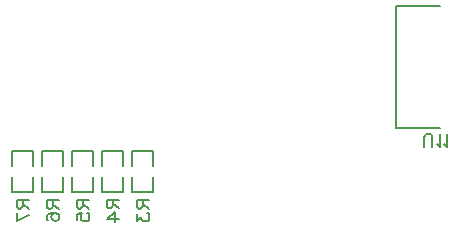
<source format=gbo>
G04 Layer: BottomSilkscreenLayer*
G04 EasyEDA v6.5.22, 2023-01-03 09:55:25*
G04 7daa880b0f2f4c369114fb813a63f3e8,5dd06754fdd742daa6fe38bf62b7df6b,10*
G04 Gerber Generator version 0.2*
G04 Scale: 100 percent, Rotated: No, Reflected: No *
G04 Dimensions in millimeters *
G04 leading zeros omitted , absolute positions ,4 integer and 5 decimal *
%FSLAX45Y45*%
%MOMM*%

%ADD10C,0.1524*%

%LPD*%
D10*
X3415284Y2734310D02*
G01*
X3524250Y2734310D01*
X3415284Y2734310D02*
G01*
X3415284Y2687573D01*
X3420363Y2672079D01*
X3425697Y2666745D01*
X3436111Y2661665D01*
X3446525Y2661665D01*
X3456940Y2666745D01*
X3462020Y2672079D01*
X3467100Y2687573D01*
X3467100Y2734310D01*
X3467100Y2697987D02*
G01*
X3524250Y2661665D01*
X3415284Y2616962D02*
G01*
X3415284Y2559812D01*
X3456940Y2590800D01*
X3456940Y2575305D01*
X3462020Y2564892D01*
X3467100Y2559812D01*
X3482847Y2554478D01*
X3493261Y2554478D01*
X3508756Y2559812D01*
X3519170Y2570226D01*
X3524250Y2585720D01*
X3524250Y2601213D01*
X3519170Y2616962D01*
X3514090Y2622042D01*
X3503675Y2627376D01*
X3161284Y2736850D02*
G01*
X3270250Y2736850D01*
X3161284Y2736850D02*
G01*
X3161284Y2690113D01*
X3166363Y2674620D01*
X3171697Y2669286D01*
X3182111Y2664205D01*
X3192525Y2664205D01*
X3202940Y2669286D01*
X3208020Y2674620D01*
X3213100Y2690113D01*
X3213100Y2736850D01*
X3213100Y2700528D02*
G01*
X3270250Y2664205D01*
X3161284Y2577845D02*
G01*
X3233927Y2629915D01*
X3233927Y2551937D01*
X3161284Y2577845D02*
G01*
X3270250Y2577845D01*
X2907284Y2734310D02*
G01*
X3016250Y2734310D01*
X2907284Y2734310D02*
G01*
X2907284Y2687573D01*
X2912363Y2672079D01*
X2917697Y2666745D01*
X2928111Y2661665D01*
X2938525Y2661665D01*
X2948940Y2666745D01*
X2954020Y2672079D01*
X2959100Y2687573D01*
X2959100Y2734310D01*
X2959100Y2697987D02*
G01*
X3016250Y2661665D01*
X2907284Y2564892D02*
G01*
X2907284Y2616962D01*
X2954020Y2622042D01*
X2948940Y2616962D01*
X2943606Y2601213D01*
X2943606Y2585720D01*
X2948940Y2570226D01*
X2959100Y2559812D01*
X2974847Y2554478D01*
X2985261Y2554478D01*
X3000756Y2559812D01*
X3011170Y2570226D01*
X3016250Y2585720D01*
X3016250Y2601213D01*
X3011170Y2616962D01*
X3006090Y2622042D01*
X2995675Y2627376D01*
X2653284Y2731643D02*
G01*
X2762250Y2731643D01*
X2653284Y2731643D02*
G01*
X2653284Y2684906D01*
X2658363Y2669412D01*
X2663697Y2664079D01*
X2674111Y2658998D01*
X2684525Y2658998D01*
X2694940Y2664079D01*
X2700020Y2669412D01*
X2705100Y2684906D01*
X2705100Y2731643D01*
X2705100Y2695320D02*
G01*
X2762250Y2658998D01*
X2668777Y2562225D02*
G01*
X2658363Y2567559D01*
X2653284Y2583053D01*
X2653284Y2593467D01*
X2658363Y2608961D01*
X2674111Y2619375D01*
X2700020Y2624709D01*
X2725927Y2624709D01*
X2746756Y2619375D01*
X2757170Y2608961D01*
X2762250Y2593467D01*
X2762250Y2588132D01*
X2757170Y2572638D01*
X2746756Y2562225D01*
X2731261Y2557145D01*
X2725927Y2557145D01*
X2710434Y2562225D01*
X2700020Y2572638D01*
X2694940Y2588132D01*
X2694940Y2593467D01*
X2700020Y2608961D01*
X2710434Y2619375D01*
X2725927Y2624709D01*
X2399284Y2734310D02*
G01*
X2508250Y2734310D01*
X2399284Y2734310D02*
G01*
X2399284Y2687573D01*
X2404363Y2672079D01*
X2409697Y2666745D01*
X2420111Y2661665D01*
X2430525Y2661665D01*
X2440940Y2666745D01*
X2446020Y2672079D01*
X2451100Y2687573D01*
X2451100Y2734310D01*
X2451100Y2697987D02*
G01*
X2508250Y2661665D01*
X2399284Y2554478D02*
G01*
X2508250Y2606547D01*
X2399284Y2627376D02*
G01*
X2399284Y2554478D01*
X5848418Y3186684D02*
G01*
X5848418Y3264662D01*
X5853498Y3280155D01*
X5863912Y3290570D01*
X5879660Y3295650D01*
X5890074Y3295650D01*
X5905568Y3290570D01*
X5915982Y3280155D01*
X5921062Y3264662D01*
X5921062Y3186684D01*
X5955352Y3207512D02*
G01*
X5965766Y3202178D01*
X5981514Y3186684D01*
X5981514Y3295650D01*
X6015804Y3207512D02*
G01*
X6026218Y3202178D01*
X6041712Y3186684D01*
X6041712Y3295650D01*
X3558809Y2930530D02*
G01*
X3558809Y2802036D01*
X3375390Y2802036D01*
X3375390Y2930530D01*
X3558809Y3025769D02*
G01*
X3558809Y3154263D01*
X3375390Y3154263D01*
X3375390Y3025769D01*
X3304809Y2930530D02*
G01*
X3304809Y2802036D01*
X3121390Y2802036D01*
X3121390Y2930530D01*
X3304809Y3025769D02*
G01*
X3304809Y3154263D01*
X3121390Y3154263D01*
X3121390Y3025769D01*
X3050809Y2930530D02*
G01*
X3050809Y2802036D01*
X2867390Y2802036D01*
X2867390Y2930530D01*
X3050809Y3025769D02*
G01*
X3050809Y3154263D01*
X2867390Y3154263D01*
X2867390Y3025769D01*
X2796809Y2930530D02*
G01*
X2796809Y2802036D01*
X2613390Y2802036D01*
X2613390Y2930530D01*
X2796809Y3025769D02*
G01*
X2796809Y3154263D01*
X2613390Y3154263D01*
X2613390Y3025769D01*
X2542809Y2930530D02*
G01*
X2542809Y2802036D01*
X2359390Y2802036D01*
X2359390Y2930530D01*
X2542809Y3025769D02*
G01*
X2542809Y3154263D01*
X2359390Y3154263D01*
X2359390Y3025769D01*
X5983069Y3345179D02*
G01*
X5615686Y3345179D01*
X5983069Y4376420D02*
G01*
X5615686Y4376420D01*
X5615686Y3345179D02*
G01*
X5615686Y4376420D01*
M02*

</source>
